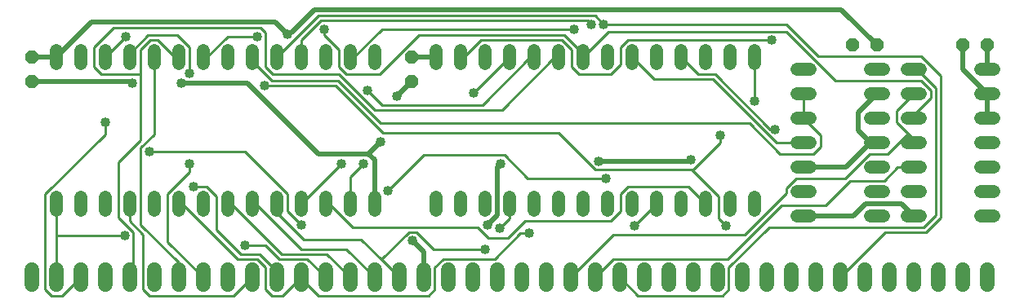
<source format=gtl>
G75*
%MOIN*%
%OFA0B0*%
%FSLAX24Y24*%
%IPPOS*%
%LPD*%
%AMOC8*
5,1,8,0,0,1.08239X$1,22.5*
%
%ADD10C,0.0520*%
%ADD11C,0.0600*%
%ADD12OC8,0.0520*%
%ADD13C,0.0200*%
%ADD14C,0.0400*%
%ADD15C,0.0100*%
D10*
X001680Y003920D02*
X001680Y004440D01*
X002680Y004440D02*
X002680Y003920D01*
X003680Y003920D02*
X003680Y004440D01*
X004680Y004440D02*
X004680Y003920D01*
X005680Y003920D02*
X005680Y004440D01*
X006680Y004440D02*
X006680Y003920D01*
X007680Y003920D02*
X007680Y004440D01*
X008680Y004440D02*
X008680Y003920D01*
X009680Y003920D02*
X009680Y004440D01*
X010680Y004440D02*
X010680Y003920D01*
X011680Y003920D02*
X011680Y004440D01*
X012680Y004440D02*
X012680Y003920D01*
X013680Y003920D02*
X013680Y004440D01*
X014680Y004440D02*
X014680Y003920D01*
X017180Y003920D02*
X017180Y004440D01*
X018180Y004440D02*
X018180Y003920D01*
X019180Y003920D02*
X019180Y004440D01*
X020180Y004440D02*
X020180Y003920D01*
X021180Y003920D02*
X021180Y004440D01*
X022180Y004440D02*
X022180Y003920D01*
X023180Y003920D02*
X023180Y004440D01*
X024180Y004440D02*
X024180Y003920D01*
X025180Y003920D02*
X025180Y004440D01*
X026180Y004440D02*
X026180Y003920D01*
X027180Y003920D02*
X027180Y004440D01*
X028180Y004440D02*
X028180Y003920D01*
X029180Y003920D02*
X029180Y004440D01*
X030180Y004440D02*
X030180Y003920D01*
X031920Y003680D02*
X032440Y003680D01*
X034920Y003680D02*
X035440Y003680D01*
X036420Y003680D02*
X036940Y003680D01*
X039420Y003680D02*
X039940Y003680D01*
X039940Y004680D02*
X039420Y004680D01*
X036940Y004680D02*
X036420Y004680D01*
X035440Y004680D02*
X034920Y004680D01*
X032440Y004680D02*
X031920Y004680D01*
X031920Y005680D02*
X032440Y005680D01*
X034920Y005680D02*
X035440Y005680D01*
X036420Y005680D02*
X036940Y005680D01*
X039420Y005680D02*
X039940Y005680D01*
X039940Y006680D02*
X039420Y006680D01*
X036940Y006680D02*
X036420Y006680D01*
X035440Y006680D02*
X034920Y006680D01*
X032440Y006680D02*
X031920Y006680D01*
X031920Y007680D02*
X032440Y007680D01*
X034920Y007680D02*
X035440Y007680D01*
X036420Y007680D02*
X036940Y007680D01*
X039420Y007680D02*
X039940Y007680D01*
X039940Y008680D02*
X039420Y008680D01*
X036940Y008680D02*
X036420Y008680D01*
X035440Y008680D02*
X034920Y008680D01*
X032440Y008680D02*
X031920Y008680D01*
X031920Y009680D02*
X032440Y009680D01*
X030180Y009920D02*
X030180Y010440D01*
X029180Y010440D02*
X029180Y009920D01*
X028180Y009920D02*
X028180Y010440D01*
X027180Y010440D02*
X027180Y009920D01*
X026180Y009920D02*
X026180Y010440D01*
X025180Y010440D02*
X025180Y009920D01*
X024180Y009920D02*
X024180Y010440D01*
X023180Y010440D02*
X023180Y009920D01*
X022180Y009920D02*
X022180Y010440D01*
X021180Y010440D02*
X021180Y009920D01*
X020180Y009920D02*
X020180Y010440D01*
X019180Y010440D02*
X019180Y009920D01*
X018180Y009920D02*
X018180Y010440D01*
X017180Y010440D02*
X017180Y009920D01*
X014680Y009920D02*
X014680Y010440D01*
X013680Y010440D02*
X013680Y009920D01*
X012680Y009920D02*
X012680Y010440D01*
X011680Y010440D02*
X011680Y009920D01*
X010680Y009920D02*
X010680Y010440D01*
X009680Y010440D02*
X009680Y009920D01*
X008680Y009920D02*
X008680Y010440D01*
X007680Y010440D02*
X007680Y009920D01*
X006680Y009920D02*
X006680Y010440D01*
X005680Y010440D02*
X005680Y009920D01*
X004680Y009920D02*
X004680Y010440D01*
X003680Y010440D02*
X003680Y009920D01*
X002680Y009920D02*
X002680Y010440D01*
X001680Y010440D02*
X001680Y009920D01*
X034920Y009680D02*
X035440Y009680D01*
X036420Y009680D02*
X036940Y009680D01*
X039420Y009680D02*
X039940Y009680D01*
D11*
X039680Y001480D02*
X039680Y000880D01*
X038680Y000880D02*
X038680Y001480D01*
X037680Y001480D02*
X037680Y000880D01*
X036680Y000880D02*
X036680Y001480D01*
X035680Y001480D02*
X035680Y000880D01*
X034680Y000880D02*
X034680Y001480D01*
X033680Y001480D02*
X033680Y000880D01*
X032680Y000880D02*
X032680Y001480D01*
X031680Y001480D02*
X031680Y000880D01*
X030680Y000880D02*
X030680Y001480D01*
X029680Y001480D02*
X029680Y000880D01*
X028680Y000880D02*
X028680Y001480D01*
X027680Y001480D02*
X027680Y000880D01*
X026680Y000880D02*
X026680Y001480D01*
X025680Y001480D02*
X025680Y000880D01*
X024680Y000880D02*
X024680Y001480D01*
X023680Y001480D02*
X023680Y000880D01*
X022680Y000880D02*
X022680Y001480D01*
X021680Y001480D02*
X021680Y000880D01*
X020680Y000880D02*
X020680Y001480D01*
X019680Y001480D02*
X019680Y000880D01*
X018680Y000880D02*
X018680Y001480D01*
X017680Y001480D02*
X017680Y000880D01*
X016680Y000880D02*
X016680Y001480D01*
X015680Y001480D02*
X015680Y000880D01*
X014680Y000880D02*
X014680Y001480D01*
X013680Y001480D02*
X013680Y000880D01*
X012680Y000880D02*
X012680Y001480D01*
X011680Y001480D02*
X011680Y000880D01*
X010680Y000880D02*
X010680Y001480D01*
X009680Y001480D02*
X009680Y000880D01*
X008680Y000880D02*
X008680Y001480D01*
X007680Y001480D02*
X007680Y000880D01*
X006680Y000880D02*
X006680Y001480D01*
X005680Y001480D02*
X005680Y000880D01*
X004680Y000880D02*
X004680Y001480D01*
X003680Y001480D02*
X003680Y000880D01*
X002680Y000880D02*
X002680Y001480D01*
X001680Y001480D02*
X001680Y000880D01*
X000680Y000880D02*
X000680Y001480D01*
D12*
X000680Y009180D03*
X000680Y010180D03*
X016180Y010180D03*
X016180Y009180D03*
X034180Y010680D03*
X035180Y010680D03*
X038680Y010680D03*
X039680Y010680D03*
D13*
X039680Y009680D01*
X038680Y009680D02*
X038680Y010680D01*
X038680Y009680D02*
X039680Y008680D01*
X039680Y007680D01*
X035180Y006680D02*
X034880Y006730D01*
X034430Y007180D01*
X034430Y007930D01*
X035180Y008680D01*
X035180Y006680D02*
X034930Y006680D01*
X033930Y005680D01*
X032180Y005680D01*
X027580Y005980D02*
X027530Y005930D01*
X023830Y005930D01*
X019830Y005830D02*
X019680Y005680D01*
X019680Y003730D01*
X019280Y003330D01*
X016680Y002230D02*
X016230Y002680D01*
X016680Y002230D02*
X016680Y001180D01*
X014680Y004180D02*
X014680Y005980D01*
X014430Y006230D01*
X014930Y006730D01*
X014430Y006230D02*
X012380Y006230D01*
X009480Y009130D01*
X006780Y009130D01*
X004780Y009130D02*
X004730Y009180D01*
X000680Y009180D01*
X000680Y010180D02*
X001680Y010180D01*
X003130Y011630D01*
X010630Y011630D01*
X011130Y011130D01*
X011180Y011180D01*
X011280Y011180D01*
X012230Y012130D01*
X033730Y012130D01*
X035180Y010680D01*
X017180Y010180D02*
X016180Y010180D01*
X016180Y009180D02*
X015580Y008580D01*
X032180Y003680D02*
X034230Y003680D01*
X034730Y004180D01*
X036180Y004180D01*
X036680Y003680D01*
D14*
X029030Y003280D03*
X025280Y003280D03*
X020980Y002980D03*
X019780Y003180D03*
X019280Y003330D03*
X019180Y002330D03*
X016230Y002680D03*
X011680Y003330D03*
X009380Y002480D03*
X004480Y002880D03*
X007280Y004880D03*
X007130Y005830D03*
X005480Y006330D03*
X003680Y007530D03*
X004780Y009130D03*
X006780Y009130D03*
X007130Y009530D03*
X010180Y009030D03*
X014380Y008830D03*
X015580Y008580D03*
X018730Y008730D03*
X014930Y006730D03*
X014230Y005830D03*
X013330Y005830D03*
X015230Y004730D03*
X019830Y005830D03*
X023830Y005930D03*
X024130Y005230D03*
X027580Y005980D03*
X028780Y006980D03*
X031030Y007230D03*
X030180Y008380D03*
X030880Y010880D03*
X024030Y011530D03*
X023530Y011530D03*
X022830Y011330D03*
X012630Y011330D03*
X011130Y011130D03*
X009880Y011030D03*
X004530Y011030D03*
D15*
X001230Y000680D02*
X001480Y000430D01*
X001930Y000430D01*
X002680Y001180D01*
X001680Y001180D02*
X001680Y002880D01*
X004480Y002880D01*
X004830Y003030D02*
X004830Y001330D01*
X004680Y001180D01*
X005230Y000680D02*
X005480Y000430D01*
X008930Y000430D01*
X009680Y001180D01*
X010230Y001580D02*
X010230Y000680D01*
X010480Y000430D01*
X010930Y000430D01*
X011680Y001180D01*
X011680Y001130D01*
X012380Y000430D01*
X016880Y000430D01*
X017130Y000680D01*
X017130Y001580D01*
X017480Y001930D01*
X019580Y001930D01*
X020630Y002980D01*
X020980Y002980D01*
X020830Y003480D02*
X020130Y002780D01*
X019330Y002780D01*
X018880Y003230D01*
X013780Y003230D01*
X012830Y004180D01*
X012680Y004180D01*
X013680Y004180D02*
X013680Y005280D01*
X014230Y005830D01*
X013330Y005830D02*
X011680Y004180D01*
X011130Y003880D02*
X011130Y004580D01*
X009380Y006330D01*
X005480Y006330D01*
X005130Y006480D02*
X005130Y003330D01*
X006680Y001780D01*
X006680Y001180D01*
X007680Y001180D02*
X006230Y002630D01*
X006230Y004580D01*
X007130Y005480D01*
X007130Y005830D01*
X005680Y007030D02*
X005130Y006480D01*
X005130Y006780D02*
X004230Y005880D01*
X004230Y003630D01*
X004830Y003030D01*
X005230Y002930D02*
X005230Y000680D01*
X001230Y000680D02*
X001230Y004580D01*
X003680Y007030D01*
X003680Y007530D01*
X005680Y007030D02*
X005680Y010180D01*
X005130Y010480D02*
X005130Y009480D01*
X003530Y009480D01*
X003230Y009780D01*
X003230Y010580D01*
X004030Y011380D01*
X010030Y011380D01*
X010230Y011180D01*
X010230Y009780D01*
X010530Y009480D01*
X013230Y009480D01*
X014680Y008030D01*
X019880Y008030D01*
X022030Y010180D01*
X022180Y010180D01*
X022730Y010480D02*
X022730Y009780D01*
X023030Y009480D01*
X024330Y009480D01*
X024730Y009880D01*
X024730Y010580D01*
X025030Y010880D01*
X030880Y010880D01*
X031480Y011230D02*
X024230Y011230D01*
X023180Y010180D01*
X023230Y010280D01*
X022430Y011080D01*
X016480Y011080D01*
X014880Y009480D01*
X013530Y009480D01*
X013230Y009780D01*
X013230Y010480D01*
X012630Y011080D01*
X012630Y011330D01*
X012480Y011680D02*
X023380Y011680D01*
X023530Y011530D01*
X023680Y011880D02*
X024030Y011530D01*
X031480Y011530D01*
X032780Y010230D01*
X036980Y010230D01*
X037780Y009430D01*
X037780Y003630D01*
X037180Y003030D01*
X035530Y003030D01*
X033680Y001180D01*
X030780Y003230D02*
X029130Y001580D01*
X029130Y000680D01*
X028880Y000430D01*
X025430Y000430D01*
X024680Y001180D01*
X024430Y001930D02*
X023680Y001180D01*
X022680Y001180D02*
X024430Y002930D01*
X029780Y002930D01*
X031480Y004630D01*
X031480Y004830D01*
X031880Y005230D01*
X033880Y005230D01*
X034880Y006230D01*
X035630Y006230D01*
X036455Y007055D01*
X036680Y006830D01*
X036680Y006680D01*
X036455Y007055D02*
X035980Y007530D01*
X035980Y007980D01*
X036680Y008680D01*
X036980Y009230D02*
X037380Y008830D01*
X037380Y008530D01*
X036680Y007830D01*
X036680Y007680D01*
X032880Y006980D02*
X032880Y006530D01*
X032580Y006230D01*
X031230Y006230D01*
X029980Y007480D01*
X014930Y007480D01*
X013180Y009230D01*
X010480Y009230D01*
X009680Y010030D01*
X009680Y010180D01*
X010680Y010180D02*
X012380Y011880D01*
X023680Y011880D01*
X022830Y011330D02*
X014980Y011330D01*
X013830Y010180D01*
X013680Y010180D01*
X012480Y011680D02*
X011680Y010880D01*
X011680Y010180D01*
X009880Y011030D02*
X008680Y011030D01*
X007830Y010180D01*
X007680Y010180D01*
X006680Y010180D02*
X006530Y010180D01*
X005830Y010880D01*
X005530Y010880D01*
X005130Y010480D01*
X004680Y010330D02*
X005430Y011080D01*
X006630Y011080D01*
X007130Y010580D01*
X007130Y009530D01*
X005130Y009480D02*
X005130Y006780D01*
X007280Y004880D02*
X007830Y004880D01*
X008230Y004480D01*
X008230Y003130D01*
X009230Y002130D01*
X009980Y002130D01*
X010680Y001430D01*
X010680Y001180D01*
X010230Y001580D02*
X009880Y001930D01*
X009080Y001930D01*
X006830Y004180D01*
X006680Y004180D01*
X005230Y002930D02*
X004680Y003480D01*
X004680Y004180D01*
X001680Y004180D02*
X001680Y002880D01*
X008680Y004180D02*
X008830Y004180D01*
X010880Y002130D01*
X012730Y002130D01*
X013680Y001180D01*
X012680Y001180D02*
X011930Y001930D01*
X010780Y001930D01*
X010230Y002480D01*
X009380Y002480D01*
X009830Y004180D02*
X011680Y002330D01*
X013530Y002330D01*
X014680Y001180D01*
X014955Y001905D02*
X015680Y001180D01*
X014955Y001905D02*
X016080Y003030D01*
X016380Y003030D01*
X017080Y002330D01*
X019180Y002330D01*
X019780Y003180D02*
X020180Y003580D01*
X020180Y004180D01*
X020830Y003480D02*
X024330Y003480D01*
X024730Y003880D01*
X024730Y004580D01*
X025030Y004880D01*
X027480Y004880D01*
X028180Y004180D01*
X028730Y004480D02*
X028730Y003580D01*
X029030Y003280D01*
X030780Y003230D02*
X037080Y003230D01*
X037580Y003730D01*
X037580Y008930D01*
X036830Y009680D01*
X036680Y009680D01*
X036980Y009230D02*
X033480Y009230D01*
X031480Y011230D01*
X030180Y010180D02*
X030180Y008380D01*
X032180Y008680D02*
X032180Y007680D01*
X032880Y006980D01*
X032180Y006680D02*
X031080Y006680D01*
X028480Y009280D01*
X026080Y009280D01*
X025180Y010180D01*
X027180Y010180D02*
X027880Y009480D01*
X028580Y009480D01*
X030830Y007230D01*
X031030Y007230D01*
X028780Y006980D02*
X028780Y006680D01*
X027655Y005555D01*
X027630Y005580D01*
X023680Y005580D01*
X022180Y007080D01*
X015030Y007080D01*
X013080Y009030D01*
X010180Y009030D01*
X014380Y008830D02*
X014980Y008230D01*
X019080Y008230D01*
X021030Y010180D01*
X021180Y010180D01*
X020180Y010180D02*
X018730Y008730D01*
X018330Y010180D02*
X019030Y010880D01*
X022330Y010880D01*
X022730Y010480D01*
X018330Y010180D02*
X018180Y010180D01*
X016680Y006180D02*
X015230Y004730D01*
X011680Y003330D02*
X011130Y003880D01*
X010680Y003830D02*
X011780Y002730D01*
X014130Y002730D01*
X014955Y001905D01*
X010680Y003830D02*
X010680Y004180D01*
X009830Y004180D02*
X009680Y004180D01*
X016680Y006180D02*
X019980Y006180D01*
X020930Y005230D01*
X024130Y005230D01*
X025280Y003280D02*
X026180Y004180D01*
X027655Y005555D02*
X028730Y004480D01*
X029080Y001930D02*
X031280Y004130D01*
X033080Y004130D01*
X034080Y005130D01*
X035480Y005130D01*
X036030Y005680D01*
X036680Y005680D01*
X029080Y001930D02*
X024430Y001930D01*
X004680Y010180D02*
X004680Y010330D01*
X004530Y011030D02*
X003680Y010180D01*
M02*

</source>
